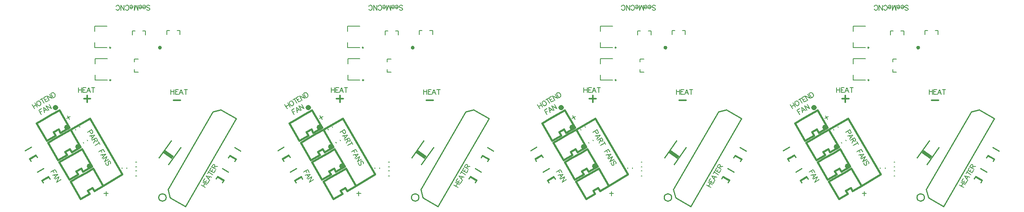
<source format=gto>
G04 Layer_Color=65535*
%FSLAX24Y24*%
%MOIN*%
G70*
G01*
G75*
%ADD12C,0.0100*%
%ADD36C,0.0080*%
%ADD38C,0.0160*%
%ADD62C,0.0098*%
%ADD63C,0.0157*%
%ADD64C,0.0433*%
%ADD65C,0.0079*%
%ADD66C,0.0077*%
%ADD67C,0.0123*%
G04:AMPARAMS|DCode=68|XSize=29.5mil|YSize=87.9mil|CornerRadius=0mil|HoleSize=0mil|Usage=FLASHONLY|Rotation=55.000|XOffset=0mil|YOffset=0mil|HoleType=Round|Shape=Rectangle|*
%AMROTATEDRECTD68*
4,1,4,0.0275,-0.0373,-0.0445,0.0131,-0.0275,0.0373,0.0445,-0.0131,0.0275,-0.0373,0.0*
%
%ADD68ROTATEDRECTD68*%

D12*
X12355Y3897D02*
G03*
X12355Y3897I-313J0D01*
G01*
X17072Y6338D02*
X17591Y6038D01*
X16668Y5678D02*
X17213Y5363D01*
X16640Y5629D02*
X17185Y5314D01*
X16543Y5461D02*
X16668Y5678D01*
X17088Y5147D02*
X17213Y5363D01*
X18102Y8118D02*
X18621Y7818D01*
X17698Y7458D02*
X18243Y7143D01*
X17670Y7409D02*
X18215Y7094D01*
X17573Y7241D02*
X17698Y7458D01*
X18118Y6927D02*
X18243Y7143D01*
X1523Y6028D02*
X2042Y6328D01*
X1893Y5349D02*
X2437Y5663D01*
X1921Y5300D02*
X2466Y5614D01*
X1893Y5349D02*
X2018Y5132D01*
X2437Y5663D02*
X2562Y5447D01*
X478Y7853D02*
X998Y8153D01*
X848Y7173D02*
X1393Y7488D01*
X876Y7124D02*
X1421Y7439D01*
X848Y7173D02*
X973Y6957D01*
X1393Y7488D02*
X1518Y7271D01*
X12555Y6661D02*
X13574Y8116D01*
X11742Y7231D02*
X12761Y8685D01*
X12685Y3890D02*
X13964Y3151D01*
X12505Y4562D02*
X12685Y3890D01*
X12505Y4562D02*
X16285Y11108D01*
X16957Y11288D02*
X18235Y10550D01*
X16285Y11108D02*
X16957Y11288D01*
X12685Y3890D02*
X12719Y3870D01*
X12787Y3831D01*
X13964Y3151D02*
X18235Y10550D01*
X33614Y3897D02*
G03*
X33614Y3897I-313J0D01*
G01*
X38332Y6338D02*
X38851Y6038D01*
X37928Y5678D02*
X38473Y5363D01*
X37900Y5629D02*
X38445Y5314D01*
X37803Y5461D02*
X37928Y5678D01*
X38348Y5147D02*
X38473Y5363D01*
X39362Y8118D02*
X39881Y7818D01*
X38958Y7458D02*
X39503Y7143D01*
X38930Y7409D02*
X39475Y7094D01*
X38833Y7241D02*
X38958Y7458D01*
X39378Y6927D02*
X39503Y7143D01*
X22783Y6028D02*
X23302Y6328D01*
X23152Y5349D02*
X23697Y5663D01*
X23181Y5300D02*
X23725Y5614D01*
X23152Y5349D02*
X23277Y5132D01*
X23697Y5663D02*
X23822Y5447D01*
X21738Y7853D02*
X22258Y8153D01*
X22108Y7173D02*
X22653Y7488D01*
X22136Y7124D02*
X22681Y7439D01*
X22108Y7173D02*
X22233Y6957D01*
X22653Y7488D02*
X22778Y7271D01*
X33815Y6661D02*
X34833Y8116D01*
X33002Y7231D02*
X34021Y8685D01*
X33945Y3890D02*
X35224Y3151D01*
X33765Y4562D02*
X33945Y3890D01*
X33765Y4562D02*
X37544Y11108D01*
X38217Y11288D02*
X39495Y10550D01*
X37544Y11108D02*
X38217Y11288D01*
X33945Y3890D02*
X33979Y3870D01*
X34047Y3831D01*
X35224Y3151D02*
X39495Y10550D01*
X54874Y3897D02*
G03*
X54874Y3897I-313J0D01*
G01*
X59591Y6338D02*
X60111Y6038D01*
X59188Y5678D02*
X59732Y5363D01*
X59159Y5629D02*
X59704Y5314D01*
X59063Y5461D02*
X59188Y5678D01*
X59607Y5147D02*
X59732Y5363D01*
X60621Y8118D02*
X61141Y7818D01*
X60218Y7458D02*
X60762Y7143D01*
X60189Y7409D02*
X60734Y7094D01*
X60093Y7241D02*
X60218Y7458D01*
X60637Y6927D02*
X60762Y7143D01*
X44043Y6028D02*
X44562Y6328D01*
X44412Y5349D02*
X44957Y5663D01*
X44440Y5300D02*
X44985Y5614D01*
X44412Y5349D02*
X44537Y5132D01*
X44957Y5663D02*
X45082Y5447D01*
X42998Y7853D02*
X43517Y8153D01*
X43368Y7173D02*
X43913Y7488D01*
X43396Y7124D02*
X43941Y7439D01*
X43368Y7173D02*
X43493Y6957D01*
X43913Y7488D02*
X44037Y7271D01*
X55075Y6661D02*
X56093Y8116D01*
X54262Y7231D02*
X55281Y8685D01*
X55205Y3890D02*
X56483Y3151D01*
X55025Y4562D02*
X55205Y3890D01*
X55025Y4562D02*
X58804Y11108D01*
X59476Y11288D02*
X60755Y10550D01*
X58804Y11108D02*
X59476Y11288D01*
X55205Y3890D02*
X55239Y3870D01*
X55307Y3831D01*
X56483Y3151D02*
X60755Y10550D01*
X76134Y3897D02*
G03*
X76134Y3897I-313J0D01*
G01*
X80851Y6338D02*
X81371Y6038D01*
X80447Y5678D02*
X80992Y5363D01*
X80419Y5629D02*
X80964Y5314D01*
X80322Y5461D02*
X80447Y5678D01*
X80867Y5147D02*
X80992Y5363D01*
X81881Y8118D02*
X82401Y7818D01*
X81477Y7458D02*
X82022Y7143D01*
X81449Y7409D02*
X81994Y7094D01*
X81352Y7241D02*
X81477Y7458D01*
X81897Y6927D02*
X82022Y7143D01*
X65302Y6028D02*
X65822Y6328D01*
X65672Y5349D02*
X66217Y5663D01*
X65700Y5300D02*
X66245Y5614D01*
X65672Y5349D02*
X65797Y5132D01*
X66217Y5663D02*
X66342Y5447D01*
X64258Y7853D02*
X64777Y8153D01*
X64627Y7173D02*
X65172Y7488D01*
X64656Y7124D02*
X65200Y7439D01*
X64627Y7173D02*
X64752Y6957D01*
X65172Y7488D02*
X65297Y7271D01*
X76335Y6661D02*
X77353Y8116D01*
X75522Y7231D02*
X76540Y8685D01*
X76465Y3890D02*
X77743Y3151D01*
X76285Y4562D02*
X76465Y3890D01*
X76285Y4562D02*
X80064Y11108D01*
X80736Y11288D02*
X82015Y10550D01*
X80064Y11108D02*
X80736Y11288D01*
X76465Y3890D02*
X76499Y3870D01*
X76567Y3831D01*
X77743Y3151D02*
X82015Y10550D01*
D36*
X10615Y17574D02*
X10615Y17894D01*
X10375D02*
X10615D01*
X9504Y17574D02*
Y17894D01*
X9740D01*
X9690Y15539D02*
X10009D01*
X9690Y15299D02*
Y15539D01*
Y14428D02*
X10009D01*
X9690D02*
Y14664D01*
X13505Y17614D02*
Y17933D01*
X13265Y17933D02*
X13505Y17933D01*
X12394Y17933D02*
X12394Y17614D01*
X12394Y17933D02*
X12630Y17933D01*
X31875Y17574D02*
X31875Y17894D01*
X31635D02*
X31875D01*
X30764Y17574D02*
Y17894D01*
X31000D01*
X30950Y15539D02*
X31269D01*
X30950Y15299D02*
Y15539D01*
Y14428D02*
X31269D01*
X30950D02*
Y14664D01*
X34765Y17614D02*
Y17933D01*
X34525Y17933D02*
X34765Y17933D01*
X33653Y17933D02*
X33653Y17614D01*
X33653Y17933D02*
X33890Y17933D01*
X53135Y17574D02*
X53135Y17894D01*
X52895D02*
X53135D01*
X52024Y17574D02*
Y17894D01*
X52260D01*
X52210Y15539D02*
X52529D01*
X52210Y15299D02*
Y15539D01*
Y14428D02*
X52529D01*
X52210D02*
Y14664D01*
X56024Y17614D02*
Y17933D01*
X55784Y17933D02*
X56024Y17933D01*
X54913Y17933D02*
X54913Y17614D01*
X54913Y17933D02*
X55149Y17933D01*
X74395Y17574D02*
X74395Y17894D01*
X74155D02*
X74395D01*
X73283Y17574D02*
Y17894D01*
X73520D01*
X73470Y15539D02*
X73789D01*
X73470Y15299D02*
Y15539D01*
Y14428D02*
X73789D01*
X73470D02*
Y14664D01*
X77284Y17614D02*
Y17933D01*
X77044Y17933D02*
X77284Y17933D01*
X76173Y17933D02*
X76173Y17614D01*
X76173Y17933D02*
X76409Y17933D01*
D38*
X11906Y16501D02*
G03*
X11906Y16501I-77J0D01*
G01*
X7060Y4879D02*
X8650Y5829D01*
X5940Y10539D02*
X8660Y5869D01*
X4313Y9615D02*
X5940Y10539D01*
X33166Y16501D02*
G03*
X33166Y16501I-77J0D01*
G01*
X28320Y4879D02*
X29910Y5829D01*
X27200Y10539D02*
X29920Y5869D01*
X25573Y9615D02*
X27200Y10539D01*
X54426Y16501D02*
G03*
X54426Y16501I-77J0D01*
G01*
X49580Y4879D02*
X51170Y5829D01*
X48460Y10539D02*
X51180Y5869D01*
X46833Y9615D02*
X48460Y10539D01*
X75685Y16501D02*
G03*
X75685Y16501I-77J0D01*
G01*
X70839Y4879D02*
X72430Y5829D01*
X69720Y10539D02*
X72440Y5869D01*
X68093Y9615D02*
X69720Y10539D01*
D62*
X7689Y16504D02*
G03*
X7689Y16504I-49J0D01*
G01*
X7699Y13774D02*
G03*
X7699Y13774I-49J0D01*
G01*
X28949Y16504D02*
G03*
X28949Y16504I-49J0D01*
G01*
X28959Y13774D02*
G03*
X28959Y13774I-49J0D01*
G01*
X50209Y16504D02*
G03*
X50209Y16504I-49J0D01*
G01*
X50219Y13774D02*
G03*
X50219Y13774I-49J0D01*
G01*
X71469Y16504D02*
G03*
X71469Y16504I-49J0D01*
G01*
X71479Y13774D02*
G03*
X71479Y13774I-49J0D01*
G01*
D63*
X5151Y3777D02*
X5901Y4210D01*
X5743Y4483D02*
X5901Y4210D01*
X5743Y4483D02*
X6152Y4719D01*
X6310Y4446D01*
X7060Y4879D01*
X4304Y5243D02*
X5151Y3777D01*
X4304Y5243D02*
X4918Y5597D01*
X5600Y5991D01*
X6213Y6345D01*
X7060Y4879D01*
X3363Y11255D02*
X4210Y9789D01*
X2750Y10901D02*
X3363Y11255D01*
X2068Y10507D02*
X2750Y10901D01*
X1454Y10153D02*
X2068Y10507D01*
X1454Y10153D02*
X2301Y8687D01*
X3460Y9356D02*
X4210Y9789D01*
X3302Y9629D02*
X3460Y9356D01*
X2893Y9393D02*
X3302Y9629D01*
X2893Y9393D02*
X3051Y9120D01*
X2301Y8687D02*
X3051Y9120D01*
X4313Y9615D02*
X5160Y8149D01*
X3700Y9261D02*
X4313Y9615D01*
X3018Y8867D02*
X3700Y9261D01*
X2404Y8513D02*
X3018Y8867D01*
X2404Y8513D02*
X3251Y7047D01*
X4410Y7716D02*
X5160Y8149D01*
X4252Y7989D02*
X4410Y7716D01*
X3843Y7753D02*
X4252Y7989D01*
X3843Y7753D02*
X4001Y7480D01*
X3251Y7047D02*
X4001Y7480D01*
X4201Y5407D02*
X4951Y5840D01*
X4793Y6113D02*
X4951Y5840D01*
X4793Y6113D02*
X5202Y6349D01*
X5360Y6076D01*
X6110Y6509D01*
X3354Y6873D02*
X4201Y5407D01*
X3354Y6873D02*
X3968Y7227D01*
X4650Y7621D01*
X5263Y7975D01*
X6110Y6509D01*
X26410Y3777D02*
X27161Y4210D01*
X27003Y4483D02*
X27161Y4210D01*
X27003Y4483D02*
X27412Y4719D01*
X27570Y4446D01*
X28320Y4879D01*
X25564Y5243D02*
X26410Y3777D01*
X25564Y5243D02*
X26178Y5597D01*
X26860Y5991D01*
X27473Y6345D01*
X28320Y4879D01*
X24623Y11255D02*
X25470Y9789D01*
X24010Y10901D02*
X24623Y11255D01*
X23328Y10507D02*
X24010Y10901D01*
X22714Y10153D02*
X23328Y10507D01*
X22714Y10153D02*
X23560Y8687D01*
X24720Y9356D02*
X25470Y9789D01*
X24562Y9629D02*
X24720Y9356D01*
X24153Y9393D02*
X24562Y9629D01*
X24153Y9393D02*
X24311Y9120D01*
X23560Y8687D02*
X24311Y9120D01*
X25573Y9615D02*
X26420Y8149D01*
X24960Y9261D02*
X25573Y9615D01*
X24278Y8867D02*
X24960Y9261D01*
X23664Y8513D02*
X24278Y8867D01*
X23664Y8513D02*
X24510Y7047D01*
X25670Y7716D02*
X26420Y8149D01*
X25512Y7989D02*
X25670Y7716D01*
X25103Y7753D02*
X25512Y7989D01*
X25103Y7753D02*
X25261Y7480D01*
X24510Y7047D02*
X25261Y7480D01*
X25460Y5407D02*
X26211Y5840D01*
X26053Y6113D02*
X26211Y5840D01*
X26053Y6113D02*
X26462Y6349D01*
X26620Y6076D01*
X27370Y6509D01*
X24614Y6873D02*
X25460Y5407D01*
X24614Y6873D02*
X25228Y7227D01*
X25910Y7621D01*
X26523Y7975D01*
X27370Y6509D01*
X47670Y3777D02*
X48420Y4210D01*
X48263Y4483D02*
X48420Y4210D01*
X48263Y4483D02*
X48672Y4719D01*
X48830Y4446D01*
X49580Y4879D01*
X46824Y5243D02*
X47670Y3777D01*
X46824Y5243D02*
X47438Y5597D01*
X48119Y5991D01*
X48733Y6345D01*
X49580Y4879D01*
X45883Y11255D02*
X46730Y9789D01*
X45269Y10901D02*
X45883Y11255D01*
X44588Y10507D02*
X45269Y10901D01*
X43974Y10153D02*
X44588Y10507D01*
X43974Y10153D02*
X44820Y8687D01*
X45980Y9356D02*
X46730Y9789D01*
X45822Y9629D02*
X45980Y9356D01*
X45413Y9393D02*
X45822Y9629D01*
X45413Y9393D02*
X45570Y9120D01*
X44820Y8687D02*
X45570Y9120D01*
X46833Y9615D02*
X47680Y8149D01*
X46219Y9261D02*
X46833Y9615D01*
X45538Y8867D02*
X46219Y9261D01*
X44924Y8513D02*
X45538Y8867D01*
X44924Y8513D02*
X45770Y7047D01*
X46930Y7716D02*
X47680Y8149D01*
X46772Y7989D02*
X46930Y7716D01*
X46363Y7753D02*
X46772Y7989D01*
X46363Y7753D02*
X46520Y7480D01*
X45770Y7047D02*
X46520Y7480D01*
X46720Y5407D02*
X47470Y5840D01*
X47313Y6113D02*
X47470Y5840D01*
X47313Y6113D02*
X47722Y6349D01*
X47880Y6076D01*
X48630Y6509D01*
X45874Y6873D02*
X46720Y5407D01*
X45874Y6873D02*
X46488Y7227D01*
X47169Y7621D01*
X47783Y7975D01*
X48630Y6509D01*
X68930Y3777D02*
X69680Y4210D01*
X69523Y4483D02*
X69680Y4210D01*
X69523Y4483D02*
X69932Y4719D01*
X70089Y4446D01*
X70839Y4879D01*
X68084Y5243D02*
X68930Y3777D01*
X68084Y5243D02*
X68697Y5597D01*
X69379Y5991D01*
X69993Y6345D01*
X70839Y4879D01*
X67143Y11255D02*
X67989Y9789D01*
X66529Y10901D02*
X67143Y11255D01*
X65847Y10507D02*
X66529Y10901D01*
X65234Y10153D02*
X65847Y10507D01*
X65234Y10153D02*
X66080Y8687D01*
X67239Y9356D02*
X67989Y9789D01*
X67082Y9629D02*
X67239Y9356D01*
X66673Y9393D02*
X67082Y9629D01*
X66673Y9393D02*
X66830Y9120D01*
X66080Y8687D02*
X66830Y9120D01*
X68093Y9615D02*
X68939Y8149D01*
X67479Y9261D02*
X68093Y9615D01*
X66797Y8867D02*
X67479Y9261D01*
X66184Y8513D02*
X66797Y8867D01*
X66184Y8513D02*
X67030Y7047D01*
X68189Y7716D02*
X68939Y8149D01*
X68032Y7989D02*
X68189Y7716D01*
X67623Y7753D02*
X68032Y7989D01*
X67623Y7753D02*
X67780Y7480D01*
X67030Y7047D02*
X67780Y7480D01*
X67980Y5407D02*
X68730Y5840D01*
X68573Y6113D02*
X68730Y5840D01*
X68573Y6113D02*
X68982Y6349D01*
X69139Y6076D01*
X69889Y6509D01*
X67134Y6873D02*
X67980Y5407D01*
X67134Y6873D02*
X67747Y7227D01*
X68429Y7621D01*
X69043Y7975D01*
X69889Y6509D01*
D64*
X5866Y6554D02*
X5900Y6573D01*
X3016Y11464D02*
X3050Y11483D01*
X3966Y9824D02*
X4000Y9843D01*
X4916Y8184D02*
X4950Y8203D01*
X27126Y6554D02*
X27160Y6573D01*
X24276Y11464D02*
X24310Y11483D01*
X25226Y9824D02*
X25260Y9843D01*
X26176Y8184D02*
X26210Y8203D01*
X48386Y6554D02*
X48420Y6573D01*
X45536Y11464D02*
X45570Y11483D01*
X46486Y9824D02*
X46520Y9843D01*
X47436Y8184D02*
X47470Y8203D01*
X69645Y6554D02*
X69679Y6573D01*
X66795Y11464D02*
X66829Y11483D01*
X67745Y9824D02*
X67779Y9843D01*
X68695Y8184D02*
X68729Y8203D01*
D65*
X9791Y5722D02*
X9870D01*
X9791Y6135D02*
X9870D01*
X9791Y6463D02*
X9869D01*
X9791Y6876D02*
X9869D01*
X8643Y6340D02*
Y6419D01*
X9057Y6340D02*
Y6419D01*
X5719Y8737D02*
X5759Y8669D01*
X5361Y8530D02*
X5401Y8462D01*
X4700Y9655D02*
X4739Y9587D01*
X5058Y9862D02*
X5097Y9794D01*
X6360Y17882D02*
Y18315D01*
X7384D01*
X6360Y16504D02*
Y16937D01*
Y16504D02*
X7384D01*
X6370Y13774D02*
X7394D01*
X6370D02*
Y14207D01*
Y15585D02*
X7394D01*
X6370Y15152D02*
Y15585D01*
X31051Y5722D02*
X31130D01*
X31051Y6135D02*
X31130D01*
X31050Y6463D02*
X31129D01*
X31050Y6876D02*
X31129D01*
X29903Y6340D02*
Y6419D01*
X30317Y6340D02*
Y6419D01*
X26979Y8737D02*
X27019Y8669D01*
X26621Y8530D02*
X26661Y8462D01*
X25960Y9655D02*
X25999Y9587D01*
X26318Y9862D02*
X26357Y9794D01*
X27620Y17882D02*
Y18315D01*
X28644D01*
X27620Y16504D02*
Y16937D01*
Y16504D02*
X28644D01*
X27630Y13774D02*
X28654D01*
X27630D02*
Y14207D01*
Y15585D02*
X28654D01*
X27630Y15152D02*
Y15585D01*
X52311Y5722D02*
X52390D01*
X52311Y6135D02*
X52390D01*
X52310Y6463D02*
X52389D01*
X52310Y6876D02*
X52389D01*
X51163Y6340D02*
Y6419D01*
X51576Y6340D02*
Y6419D01*
X48239Y8737D02*
X48278Y8669D01*
X47881Y8530D02*
X47920Y8462D01*
X47219Y9655D02*
X47259Y9587D01*
X47577Y9862D02*
X47617Y9794D01*
X48880Y17882D02*
Y18315D01*
X49904D01*
X48880Y16504D02*
Y16937D01*
Y16504D02*
X49904D01*
X48890Y13774D02*
X49914D01*
X48890D02*
Y14207D01*
Y15585D02*
X49914D01*
X48890Y15152D02*
Y15585D01*
X73571Y5722D02*
X73649D01*
X73571Y6135D02*
X73649D01*
X73570Y6463D02*
X73649D01*
X73570Y6876D02*
X73649D01*
X72423Y6340D02*
Y6419D01*
X72836Y6340D02*
Y6419D01*
X69499Y8737D02*
X69538Y8669D01*
X69141Y8530D02*
X69180Y8462D01*
X68479Y9655D02*
X68519Y9587D01*
X68837Y9862D02*
X68877Y9794D01*
X70140Y17882D02*
Y18315D01*
X71164D01*
X70140Y16504D02*
Y16937D01*
Y16504D02*
X71164D01*
X70150Y13774D02*
X71174D01*
X70150D02*
Y14207D01*
Y15585D02*
X71174D01*
X70150Y15152D02*
Y15585D01*
D66*
X3005Y6244D02*
X2650Y6039D01*
X3005Y6244D02*
X3132Y6025D01*
X2836Y6147D02*
X2914Y6011D01*
X2957Y5508D02*
X3234Y5849D01*
X2800Y5779D01*
X2948Y5797D02*
X3046Y5627D01*
X3359Y5631D02*
X3004Y5426D01*
X3359Y5631D02*
X3141Y5189D01*
X3496Y5394D02*
X3141Y5189D01*
X7035Y7954D02*
X6680Y7749D01*
X7035Y7954D02*
X7162Y7735D01*
X6866Y7857D02*
X6944Y7721D01*
X6987Y7218D02*
X7264Y7559D01*
X6830Y7489D01*
X6978Y7507D02*
X7076Y7337D01*
X7389Y7341D02*
X7034Y7136D01*
X7389Y7341D02*
X7171Y6899D01*
X7526Y7104D02*
X7171Y6899D01*
X7669Y6740D02*
X7683Y6793D01*
X7671Y6854D01*
X7632Y6921D01*
X7585Y6962D01*
X7532Y6976D01*
X7498Y6957D01*
X7474Y6921D01*
X7467Y6894D01*
X7470Y6850D01*
X7494Y6729D01*
X7497Y6686D01*
X7490Y6659D01*
X7466Y6623D01*
X7415Y6593D01*
X7362Y6608D01*
X7316Y6649D01*
X7276Y6716D01*
X7264Y6777D01*
X7278Y6830D01*
X15295Y4944D02*
X15650Y4739D01*
X15432Y5181D02*
X15787Y4976D01*
X15464Y4847D02*
X15601Y5083D01*
X15615Y5499D02*
X15488Y5279D01*
X15843Y5074D01*
X15970Y5294D01*
X15657Y5182D02*
X15735Y5317D01*
X16161Y5624D02*
X15727Y5693D01*
X16004Y5353D01*
X15915Y5472D02*
X16013Y5641D01*
X15922Y6030D02*
X16277Y5825D01*
X15853Y5912D02*
X15990Y6148D01*
X16141Y6410D02*
X16014Y6191D01*
X16370Y5986D01*
X16496Y6205D01*
X16184Y6093D02*
X16262Y6228D01*
X16175Y6470D02*
X16531Y6265D01*
X16175Y6470D02*
X16263Y6622D01*
X16310Y6663D01*
X16336Y6670D01*
X16380Y6667D01*
X16414Y6648D01*
X16438Y6611D01*
X16445Y6585D01*
X16432Y6524D01*
X16345Y6372D01*
X16413Y6490D02*
X16667Y6501D01*
X12750Y12989D02*
Y12579D01*
X13023Y12989D02*
Y12579D01*
X12750Y12794D02*
X13023D01*
X13390Y12989D02*
X13137D01*
Y12579D01*
X13390D01*
X13137Y12794D02*
X13293D01*
X13771Y12579D02*
X13615Y12989D01*
X13459Y12579D01*
X13517Y12716D02*
X13713D01*
X14004Y12989D02*
Y12579D01*
X13867Y12989D02*
X14140D01*
X1065Y11724D02*
X1270Y11369D01*
X1302Y11861D02*
X1507Y11506D01*
X1163Y11555D02*
X1399Y11692D01*
X1501Y11976D02*
X1477Y11940D01*
X1463Y11887D01*
X1466Y11843D01*
X1478Y11782D01*
X1527Y11698D01*
X1573Y11657D01*
X1609Y11633D01*
X1663Y11619D01*
X1706Y11621D01*
X1774Y11660D01*
X1798Y11697D01*
X1812Y11750D01*
X1810Y11794D01*
X1797Y11854D01*
X1748Y11939D01*
X1702Y11980D01*
X1666Y12004D01*
X1612Y12018D01*
X1569Y12015D01*
X1501Y11976D01*
X1872Y12190D02*
X2077Y11835D01*
X1753Y12122D02*
X1990Y12258D01*
X2252Y12410D02*
X2032Y12283D01*
X2237Y11928D01*
X2457Y12055D01*
X2130Y12114D02*
X2265Y12192D01*
X2311Y12444D02*
X2516Y12089D01*
X2311Y12444D02*
X2753Y12226D01*
X2548Y12581D02*
X2753Y12226D01*
X2646Y12637D02*
X2851Y12282D01*
X2646Y12637D02*
X2764Y12706D01*
X2825Y12718D01*
X2878Y12704D01*
X2915Y12680D01*
X2961Y12639D01*
X3010Y12554D01*
X3022Y12494D01*
X3025Y12450D01*
X3010Y12397D01*
X2969Y12350D01*
X2851Y12282D01*
X5899Y9487D02*
X5987Y9335D01*
X6033Y9294D01*
X6060Y9287D01*
X6103Y9289D01*
X6154Y9319D01*
X6178Y9355D01*
X6185Y9382D01*
X6173Y9442D01*
X6085Y9594D01*
X5730Y9389D01*
X6069Y8803D02*
X6346Y9143D01*
X5913Y9073D01*
X6060Y9091D02*
X6158Y8922D01*
X6472Y8925D02*
X6117Y8720D01*
X6472Y8925D02*
X6560Y8773D01*
X6572Y8712D01*
X6565Y8685D01*
X6541Y8649D01*
X6507Y8629D01*
X6463Y8627D01*
X6437Y8634D01*
X6390Y8675D01*
X6303Y8827D01*
X6371Y8709D02*
X6253Y8483D01*
X6723Y8490D02*
X6367Y8285D01*
X6654Y8609D02*
X6791Y8372D01*
X4970Y13149D02*
Y12739D01*
X5243Y13149D02*
Y12739D01*
X4970Y12954D02*
X5243D01*
X5610Y13149D02*
X5357D01*
Y12739D01*
X5610D01*
X5357Y12954D02*
X5513D01*
X5991Y12739D02*
X5835Y13149D01*
X5679Y12739D01*
X5737Y12876D02*
X5933D01*
X6224Y13149D02*
Y12739D01*
X6087Y13149D02*
X6360D01*
X1645Y11244D02*
X1850Y10889D01*
X1645Y11244D02*
X1865Y11371D01*
X1743Y11075D02*
X1878Y11153D01*
X2381Y11196D02*
X2041Y11473D01*
X2110Y11040D01*
X2093Y11187D02*
X2262Y11285D01*
X2259Y11599D02*
X2464Y11244D01*
X2259Y11599D02*
X2701Y11380D01*
X2496Y11736D02*
X2701Y11380D01*
X10712Y19712D02*
X10751Y19673D01*
X10809Y19654D01*
X10887D01*
X10946Y19673D01*
X10985Y19712D01*
Y19751D01*
X10966Y19790D01*
X10946Y19810D01*
X10907Y19829D01*
X10790Y19868D01*
X10751Y19888D01*
X10731Y19907D01*
X10712Y19947D01*
Y20005D01*
X10751Y20044D01*
X10809Y20064D01*
X10887D01*
X10946Y20044D01*
X10985Y20005D01*
X10620Y19907D02*
X10386D01*
Y19868D01*
X10405Y19829D01*
X10425Y19810D01*
X10464Y19790D01*
X10522D01*
X10561Y19810D01*
X10600Y19849D01*
X10620Y19907D01*
Y19947D01*
X10600Y20005D01*
X10561Y20044D01*
X10522Y20064D01*
X10464D01*
X10425Y20044D01*
X10386Y20005D01*
X10298Y19907D02*
X10064D01*
Y19868D01*
X10083Y19829D01*
X10103Y19810D01*
X10142Y19790D01*
X10200D01*
X10239Y19810D01*
X10278Y19849D01*
X10298Y19907D01*
Y19947D01*
X10278Y20005D01*
X10239Y20044D01*
X10200Y20064D01*
X10142D01*
X10103Y20044D01*
X10064Y20005D01*
X9976Y19654D02*
Y20064D01*
Y19654D02*
X9819Y20064D01*
X9663Y19654D02*
X9819Y20064D01*
X9663Y19654D02*
Y20064D01*
X9546Y19907D02*
X9312D01*
Y19868D01*
X9331Y19829D01*
X9351Y19810D01*
X9390Y19790D01*
X9449D01*
X9488Y19810D01*
X9527Y19849D01*
X9546Y19907D01*
Y19947D01*
X9527Y20005D01*
X9488Y20044D01*
X9449Y20064D01*
X9390D01*
X9351Y20044D01*
X9312Y20005D01*
X8931Y19751D02*
X8951Y19712D01*
X8990Y19673D01*
X9029Y19654D01*
X9107D01*
X9146Y19673D01*
X9185Y19712D01*
X9204Y19751D01*
X9224Y19810D01*
Y19907D01*
X9204Y19966D01*
X9185Y20005D01*
X9146Y20044D01*
X9107Y20064D01*
X9029D01*
X8990Y20044D01*
X8951Y20005D01*
X8931Y19966D01*
X8816Y19654D02*
Y20064D01*
Y19654D02*
X8543Y20064D01*
Y19654D02*
Y20064D01*
X8136Y19751D02*
X8156Y19712D01*
X8195Y19673D01*
X8234Y19654D01*
X8312D01*
X8351Y19673D01*
X8390Y19712D01*
X8410Y19751D01*
X8429Y19810D01*
Y19907D01*
X8410Y19966D01*
X8390Y20005D01*
X8351Y20044D01*
X8312Y20064D01*
X8234D01*
X8195Y20044D01*
X8156Y20005D01*
X8136Y19966D01*
X4272Y10703D02*
X3968Y10527D01*
X4032Y10767D02*
X4208Y10463D01*
X7294Y4402D02*
Y4051D01*
X7118Y4226D02*
X7470D01*
X24265Y6244D02*
X23910Y6039D01*
X24265Y6244D02*
X24392Y6025D01*
X24096Y6147D02*
X24174Y6011D01*
X24216Y5508D02*
X24493Y5849D01*
X24060Y5779D01*
X24208Y5797D02*
X24305Y5627D01*
X24619Y5631D02*
X24264Y5426D01*
X24619Y5631D02*
X24401Y5189D01*
X24756Y5394D02*
X24401Y5189D01*
X28295Y7954D02*
X27940Y7749D01*
X28295Y7954D02*
X28422Y7735D01*
X28126Y7857D02*
X28204Y7721D01*
X28246Y7218D02*
X28523Y7559D01*
X28090Y7489D01*
X28238Y7507D02*
X28335Y7337D01*
X28649Y7341D02*
X28294Y7136D01*
X28649Y7341D02*
X28431Y6899D01*
X28786Y7104D02*
X28431Y6899D01*
X28929Y6740D02*
X28943Y6793D01*
X28930Y6854D01*
X28891Y6921D01*
X28845Y6962D01*
X28792Y6976D01*
X28758Y6957D01*
X28734Y6921D01*
X28727Y6894D01*
X28729Y6850D01*
X28754Y6729D01*
X28757Y6686D01*
X28750Y6659D01*
X28726Y6623D01*
X28675Y6593D01*
X28622Y6608D01*
X28575Y6649D01*
X28536Y6716D01*
X28524Y6777D01*
X28538Y6830D01*
X36555Y4944D02*
X36910Y4739D01*
X36691Y5181D02*
X37047Y4976D01*
X36724Y4847D02*
X36861Y5083D01*
X36875Y5499D02*
X36748Y5279D01*
X37103Y5074D01*
X37230Y5294D01*
X36917Y5182D02*
X36995Y5317D01*
X37420Y5624D02*
X36987Y5693D01*
X37264Y5353D01*
X37175Y5472D02*
X37273Y5641D01*
X37181Y6030D02*
X37537Y5825D01*
X37113Y5912D02*
X37250Y6148D01*
X37401Y6410D02*
X37274Y6191D01*
X37629Y5986D01*
X37756Y6205D01*
X37443Y6093D02*
X37521Y6228D01*
X37435Y6470D02*
X37790Y6265D01*
X37435Y6470D02*
X37523Y6622D01*
X37569Y6663D01*
X37596Y6670D01*
X37640Y6667D01*
X37673Y6648D01*
X37698Y6611D01*
X37705Y6585D01*
X37692Y6524D01*
X37604Y6372D01*
X37673Y6490D02*
X37927Y6501D01*
X34010Y12989D02*
Y12579D01*
X34283Y12989D02*
Y12579D01*
X34010Y12794D02*
X34283D01*
X34650Y12989D02*
X34396D01*
Y12579D01*
X34650D01*
X34396Y12794D02*
X34553D01*
X35031Y12579D02*
X34875Y12989D01*
X34719Y12579D01*
X34777Y12716D02*
X34972D01*
X35263Y12989D02*
Y12579D01*
X35127Y12989D02*
X35400D01*
X22325Y11724D02*
X22530Y11369D01*
X22562Y11861D02*
X22767Y11506D01*
X22422Y11555D02*
X22659Y11692D01*
X22761Y11976D02*
X22737Y11940D01*
X22723Y11887D01*
X22725Y11843D01*
X22738Y11782D01*
X22787Y11698D01*
X22833Y11657D01*
X22869Y11633D01*
X22923Y11619D01*
X22966Y11621D01*
X23034Y11660D01*
X23058Y11697D01*
X23072Y11750D01*
X23069Y11794D01*
X23057Y11854D01*
X23008Y11939D01*
X22962Y11980D01*
X22926Y12004D01*
X22872Y12018D01*
X22829Y12015D01*
X22761Y11976D01*
X23131Y12190D02*
X23336Y11835D01*
X23013Y12122D02*
X23250Y12258D01*
X23512Y12410D02*
X23292Y12283D01*
X23497Y11928D01*
X23717Y12055D01*
X23390Y12114D02*
X23525Y12192D01*
X23571Y12444D02*
X23776Y12089D01*
X23571Y12444D02*
X24013Y12226D01*
X23808Y12581D02*
X24013Y12226D01*
X23906Y12637D02*
X24111Y12282D01*
X23906Y12637D02*
X24024Y12706D01*
X24085Y12718D01*
X24138Y12704D01*
X24174Y12680D01*
X24221Y12639D01*
X24269Y12554D01*
X24282Y12494D01*
X24284Y12450D01*
X24270Y12397D01*
X24229Y12350D01*
X24111Y12282D01*
X27159Y9487D02*
X27247Y9335D01*
X27293Y9294D01*
X27320Y9287D01*
X27363Y9289D01*
X27414Y9319D01*
X27438Y9355D01*
X27445Y9382D01*
X27433Y9442D01*
X27345Y9594D01*
X26990Y9389D01*
X27329Y8803D02*
X27606Y9143D01*
X27172Y9073D01*
X27320Y9091D02*
X27418Y8922D01*
X27732Y8925D02*
X27376Y8720D01*
X27732Y8925D02*
X27819Y8773D01*
X27832Y8712D01*
X27825Y8685D01*
X27801Y8649D01*
X27767Y8629D01*
X27723Y8627D01*
X27696Y8634D01*
X27650Y8675D01*
X27562Y8827D01*
X27631Y8709D02*
X27513Y8483D01*
X27982Y8490D02*
X27627Y8285D01*
X27914Y8609D02*
X28051Y8372D01*
X26230Y13149D02*
Y12739D01*
X26503Y13149D02*
Y12739D01*
X26230Y12954D02*
X26503D01*
X26870Y13149D02*
X26616D01*
Y12739D01*
X26870D01*
X26616Y12954D02*
X26773D01*
X27251Y12739D02*
X27095Y13149D01*
X26939Y12739D01*
X26997Y12876D02*
X27192D01*
X27483Y13149D02*
Y12739D01*
X27347Y13149D02*
X27620D01*
X22905Y11244D02*
X23110Y10889D01*
X22905Y11244D02*
X23125Y11371D01*
X23002Y11075D02*
X23138Y11153D01*
X23641Y11196D02*
X23300Y11473D01*
X23370Y11040D01*
X23353Y11187D02*
X23522Y11285D01*
X23519Y11599D02*
X23724Y11244D01*
X23519Y11599D02*
X23960Y11380D01*
X23755Y11736D02*
X23960Y11380D01*
X31972Y19712D02*
X32011Y19673D01*
X32069Y19654D01*
X32147D01*
X32206Y19673D01*
X32245Y19712D01*
Y19751D01*
X32225Y19790D01*
X32206Y19810D01*
X32167Y19829D01*
X32050Y19868D01*
X32011Y19888D01*
X31991Y19907D01*
X31972Y19947D01*
Y20005D01*
X32011Y20044D01*
X32069Y20064D01*
X32147D01*
X32206Y20044D01*
X32245Y20005D01*
X31880Y19907D02*
X31646D01*
Y19868D01*
X31665Y19829D01*
X31685Y19810D01*
X31724Y19790D01*
X31782D01*
X31821Y19810D01*
X31860Y19849D01*
X31880Y19907D01*
Y19947D01*
X31860Y20005D01*
X31821Y20044D01*
X31782Y20064D01*
X31724D01*
X31685Y20044D01*
X31646Y20005D01*
X31558Y19907D02*
X31323D01*
Y19868D01*
X31343Y19829D01*
X31362Y19810D01*
X31401Y19790D01*
X31460D01*
X31499Y19810D01*
X31538Y19849D01*
X31558Y19907D01*
Y19947D01*
X31538Y20005D01*
X31499Y20044D01*
X31460Y20064D01*
X31401D01*
X31362Y20044D01*
X31323Y20005D01*
X31236Y19654D02*
Y20064D01*
Y19654D02*
X31079Y20064D01*
X30923Y19654D02*
X31079Y20064D01*
X30923Y19654D02*
Y20064D01*
X30806Y19907D02*
X30572D01*
Y19868D01*
X30591Y19829D01*
X30611Y19810D01*
X30650Y19790D01*
X30708D01*
X30747Y19810D01*
X30786Y19849D01*
X30806Y19907D01*
Y19947D01*
X30786Y20005D01*
X30747Y20044D01*
X30708Y20064D01*
X30650D01*
X30611Y20044D01*
X30572Y20005D01*
X30191Y19751D02*
X30210Y19712D01*
X30250Y19673D01*
X30289Y19654D01*
X30367D01*
X30406Y19673D01*
X30445Y19712D01*
X30464Y19751D01*
X30484Y19810D01*
Y19907D01*
X30464Y19966D01*
X30445Y20005D01*
X30406Y20044D01*
X30367Y20064D01*
X30289D01*
X30250Y20044D01*
X30210Y20005D01*
X30191Y19966D01*
X30076Y19654D02*
Y20064D01*
Y19654D02*
X29802Y20064D01*
Y19654D02*
Y20064D01*
X29396Y19751D02*
X29416Y19712D01*
X29455Y19673D01*
X29494Y19654D01*
X29572D01*
X29611Y19673D01*
X29650Y19712D01*
X29670Y19751D01*
X29689Y19810D01*
Y19907D01*
X29670Y19966D01*
X29650Y20005D01*
X29611Y20044D01*
X29572Y20064D01*
X29494D01*
X29455Y20044D01*
X29416Y20005D01*
X29396Y19966D01*
X25532Y10703D02*
X25228Y10527D01*
X25292Y10767D02*
X25468Y10463D01*
X28554Y4402D02*
Y4051D01*
X28378Y4226D02*
X28730D01*
X45525Y6244D02*
X45170Y6039D01*
X45525Y6244D02*
X45652Y6025D01*
X45356Y6147D02*
X45434Y6011D01*
X45476Y5508D02*
X45753Y5849D01*
X45320Y5779D01*
X45468Y5797D02*
X45565Y5627D01*
X45879Y5631D02*
X45524Y5426D01*
X45879Y5631D02*
X45661Y5189D01*
X46016Y5394D02*
X45661Y5189D01*
X49555Y7954D02*
X49200Y7749D01*
X49555Y7954D02*
X49682Y7735D01*
X49386Y7857D02*
X49464Y7721D01*
X49506Y7218D02*
X49783Y7559D01*
X49350Y7489D01*
X49498Y7507D02*
X49595Y7337D01*
X49909Y7341D02*
X49554Y7136D01*
X49909Y7341D02*
X49691Y6899D01*
X50046Y7104D02*
X49691Y6899D01*
X50188Y6740D02*
X50203Y6793D01*
X50190Y6854D01*
X50151Y6921D01*
X50105Y6962D01*
X50052Y6976D01*
X50018Y6957D01*
X49994Y6921D01*
X49987Y6894D01*
X49989Y6850D01*
X50014Y6729D01*
X50017Y6686D01*
X50010Y6659D01*
X49985Y6623D01*
X49935Y6593D01*
X49881Y6608D01*
X49835Y6649D01*
X49796Y6716D01*
X49784Y6777D01*
X49798Y6830D01*
X57815Y4944D02*
X58170Y4739D01*
X57951Y5181D02*
X58306Y4976D01*
X57984Y4847D02*
X58120Y5083D01*
X58135Y5499D02*
X58008Y5279D01*
X58363Y5074D01*
X58490Y5294D01*
X58177Y5182D02*
X58255Y5317D01*
X58680Y5624D02*
X58247Y5693D01*
X58524Y5353D01*
X58435Y5472D02*
X58533Y5641D01*
X58441Y6030D02*
X58796Y5825D01*
X58373Y5912D02*
X58510Y6148D01*
X58661Y6410D02*
X58534Y6191D01*
X58889Y5986D01*
X59016Y6205D01*
X58703Y6093D02*
X58781Y6228D01*
X58695Y6470D02*
X59050Y6265D01*
X58695Y6470D02*
X58783Y6622D01*
X58829Y6663D01*
X58856Y6670D01*
X58899Y6667D01*
X58933Y6648D01*
X58957Y6611D01*
X58965Y6585D01*
X58952Y6524D01*
X58864Y6372D01*
X58933Y6490D02*
X59187Y6501D01*
X55270Y12989D02*
Y12579D01*
X55543Y12989D02*
Y12579D01*
X55270Y12794D02*
X55543D01*
X55910Y12989D02*
X55656D01*
Y12579D01*
X55910D01*
X55656Y12794D02*
X55812D01*
X56291Y12579D02*
X56135Y12989D01*
X55978Y12579D01*
X56037Y12716D02*
X56232D01*
X56523Y12989D02*
Y12579D01*
X56387Y12989D02*
X56660D01*
X43585Y11724D02*
X43790Y11369D01*
X43821Y11861D02*
X44026Y11506D01*
X43682Y11555D02*
X43919Y11692D01*
X44021Y11976D02*
X43997Y11940D01*
X43983Y11887D01*
X43985Y11843D01*
X43998Y11782D01*
X44046Y11698D01*
X44093Y11657D01*
X44129Y11633D01*
X44182Y11619D01*
X44226Y11621D01*
X44294Y11660D01*
X44318Y11697D01*
X44332Y11750D01*
X44329Y11794D01*
X44317Y11854D01*
X44268Y11939D01*
X44222Y11980D01*
X44185Y12004D01*
X44132Y12018D01*
X44089Y12015D01*
X44021Y11976D01*
X44391Y12190D02*
X44596Y11835D01*
X44273Y12122D02*
X44510Y12258D01*
X44772Y12410D02*
X44552Y12283D01*
X44757Y11928D01*
X44977Y12055D01*
X44650Y12114D02*
X44785Y12192D01*
X44831Y12444D02*
X45036Y12089D01*
X44831Y12444D02*
X45273Y12226D01*
X45068Y12581D02*
X45273Y12226D01*
X45166Y12637D02*
X45371Y12282D01*
X45166Y12637D02*
X45284Y12706D01*
X45345Y12718D01*
X45398Y12704D01*
X45434Y12680D01*
X45481Y12639D01*
X45529Y12554D01*
X45542Y12494D01*
X45544Y12450D01*
X45530Y12397D01*
X45489Y12350D01*
X45371Y12282D01*
X48419Y9487D02*
X48507Y9335D01*
X48553Y9294D01*
X48580Y9287D01*
X48623Y9289D01*
X48674Y9319D01*
X48698Y9355D01*
X48705Y9382D01*
X48693Y9442D01*
X48605Y9594D01*
X48250Y9389D01*
X48588Y8803D02*
X48865Y9143D01*
X48432Y9073D01*
X48580Y9091D02*
X48678Y8922D01*
X48991Y8925D02*
X48636Y8720D01*
X48991Y8925D02*
X49079Y8773D01*
X49092Y8712D01*
X49084Y8685D01*
X49060Y8649D01*
X49027Y8629D01*
X48983Y8627D01*
X48956Y8634D01*
X48910Y8675D01*
X48822Y8827D01*
X48891Y8709D02*
X48773Y8483D01*
X49242Y8490D02*
X48887Y8285D01*
X49174Y8609D02*
X49311Y8372D01*
X47490Y13149D02*
Y12739D01*
X47763Y13149D02*
Y12739D01*
X47490Y12954D02*
X47763D01*
X48130Y13149D02*
X47876D01*
Y12739D01*
X48130D01*
X47876Y12954D02*
X48032D01*
X48511Y12739D02*
X48355Y13149D01*
X48198Y12739D01*
X48257Y12876D02*
X48452D01*
X48743Y13149D02*
Y12739D01*
X48607Y13149D02*
X48880D01*
X44165Y11244D02*
X44370Y10889D01*
X44165Y11244D02*
X44384Y11371D01*
X44262Y11075D02*
X44398Y11153D01*
X44901Y11196D02*
X44560Y11473D01*
X44630Y11040D01*
X44612Y11187D02*
X44782Y11285D01*
X44778Y11599D02*
X44983Y11244D01*
X44778Y11599D02*
X45220Y11380D01*
X45015Y11736D02*
X45220Y11380D01*
X53231Y19712D02*
X53271Y19673D01*
X53329Y19654D01*
X53407D01*
X53466Y19673D01*
X53505Y19712D01*
Y19751D01*
X53485Y19790D01*
X53466Y19810D01*
X53427Y19829D01*
X53310Y19868D01*
X53271Y19888D01*
X53251Y19907D01*
X53231Y19947D01*
Y20005D01*
X53271Y20044D01*
X53329Y20064D01*
X53407D01*
X53466Y20044D01*
X53505Y20005D01*
X53140Y19907D02*
X52905D01*
Y19868D01*
X52925Y19829D01*
X52944Y19810D01*
X52983Y19790D01*
X53042D01*
X53081Y19810D01*
X53120Y19849D01*
X53140Y19907D01*
Y19947D01*
X53120Y20005D01*
X53081Y20044D01*
X53042Y20064D01*
X52983D01*
X52944Y20044D01*
X52905Y20005D01*
X52818Y19907D02*
X52583D01*
Y19868D01*
X52603Y19829D01*
X52622Y19810D01*
X52661Y19790D01*
X52720D01*
X52759Y19810D01*
X52798Y19849D01*
X52818Y19907D01*
Y19947D01*
X52798Y20005D01*
X52759Y20044D01*
X52720Y20064D01*
X52661D01*
X52622Y20044D01*
X52583Y20005D01*
X52495Y19654D02*
Y20064D01*
Y19654D02*
X52339Y20064D01*
X52183Y19654D02*
X52339Y20064D01*
X52183Y19654D02*
Y20064D01*
X52066Y19907D02*
X51832D01*
Y19868D01*
X51851Y19829D01*
X51871Y19810D01*
X51910Y19790D01*
X51968D01*
X52007Y19810D01*
X52046Y19849D01*
X52066Y19907D01*
Y19947D01*
X52046Y20005D01*
X52007Y20044D01*
X51968Y20064D01*
X51910D01*
X51871Y20044D01*
X51832Y20005D01*
X51451Y19751D02*
X51470Y19712D01*
X51509Y19673D01*
X51548Y19654D01*
X51627D01*
X51666Y19673D01*
X51705Y19712D01*
X51724Y19751D01*
X51744Y19810D01*
Y19907D01*
X51724Y19966D01*
X51705Y20005D01*
X51666Y20044D01*
X51627Y20064D01*
X51548D01*
X51509Y20044D01*
X51470Y20005D01*
X51451Y19966D01*
X51336Y19654D02*
Y20064D01*
Y19654D02*
X51062Y20064D01*
Y19654D02*
Y20064D01*
X50656Y19751D02*
X50676Y19712D01*
X50715Y19673D01*
X50754Y19654D01*
X50832D01*
X50871Y19673D01*
X50910Y19712D01*
X50929Y19751D01*
X50949Y19810D01*
Y19907D01*
X50929Y19966D01*
X50910Y20005D01*
X50871Y20044D01*
X50832Y20064D01*
X50754D01*
X50715Y20044D01*
X50676Y20005D01*
X50656Y19966D01*
X46792Y10703D02*
X46488Y10527D01*
X46552Y10767D02*
X46728Y10463D01*
X49814Y4402D02*
Y4051D01*
X49638Y4226D02*
X49990D01*
X66785Y6244D02*
X66430Y6039D01*
X66785Y6244D02*
X66912Y6025D01*
X66616Y6147D02*
X66694Y6011D01*
X66736Y5508D02*
X67013Y5849D01*
X66580Y5779D01*
X66728Y5797D02*
X66825Y5627D01*
X67139Y5631D02*
X66784Y5426D01*
X67139Y5631D02*
X66921Y5189D01*
X67276Y5394D02*
X66921Y5189D01*
X70815Y7954D02*
X70460Y7749D01*
X70815Y7954D02*
X70942Y7735D01*
X70646Y7857D02*
X70724Y7721D01*
X70766Y7218D02*
X71043Y7559D01*
X70610Y7489D01*
X70758Y7507D02*
X70855Y7337D01*
X71169Y7341D02*
X70814Y7136D01*
X71169Y7341D02*
X70951Y6899D01*
X71306Y7104D02*
X70951Y6899D01*
X71448Y6740D02*
X71463Y6793D01*
X71450Y6854D01*
X71411Y6921D01*
X71365Y6962D01*
X71312Y6976D01*
X71278Y6957D01*
X71254Y6921D01*
X71247Y6894D01*
X71249Y6850D01*
X71274Y6729D01*
X71277Y6686D01*
X71269Y6659D01*
X71245Y6623D01*
X71195Y6593D01*
X71141Y6608D01*
X71095Y6649D01*
X71056Y6716D01*
X71044Y6777D01*
X71058Y6830D01*
X79074Y4944D02*
X79430Y4739D01*
X79211Y5181D02*
X79566Y4976D01*
X79244Y4847D02*
X79380Y5083D01*
X79395Y5499D02*
X79268Y5279D01*
X79623Y5074D01*
X79750Y5294D01*
X79437Y5182D02*
X79515Y5317D01*
X79940Y5624D02*
X79507Y5693D01*
X79784Y5353D01*
X79695Y5472D02*
X79792Y5641D01*
X79701Y6030D02*
X80056Y5825D01*
X79633Y5912D02*
X79770Y6148D01*
X79921Y6410D02*
X79794Y6191D01*
X80149Y5986D01*
X80276Y6205D01*
X79963Y6093D02*
X80041Y6228D01*
X79955Y6470D02*
X80310Y6265D01*
X79955Y6470D02*
X80043Y6622D01*
X80089Y6663D01*
X80116Y6670D01*
X80159Y6667D01*
X80193Y6648D01*
X80217Y6611D01*
X80224Y6585D01*
X80212Y6524D01*
X80124Y6372D01*
X80192Y6490D02*
X80447Y6501D01*
X76530Y12989D02*
Y12579D01*
X76803Y12989D02*
Y12579D01*
X76530Y12794D02*
X76803D01*
X77170Y12989D02*
X76916D01*
Y12579D01*
X77170D01*
X76916Y12794D02*
X77072D01*
X77551Y12579D02*
X77394Y12989D01*
X77238Y12579D01*
X77297Y12716D02*
X77492D01*
X77783Y12989D02*
Y12579D01*
X77646Y12989D02*
X77920D01*
X64845Y11724D02*
X65050Y11369D01*
X65081Y11861D02*
X65286Y11506D01*
X64942Y11555D02*
X65179Y11692D01*
X65281Y11976D02*
X65257Y11940D01*
X65242Y11887D01*
X65245Y11843D01*
X65257Y11782D01*
X65306Y11698D01*
X65352Y11657D01*
X65389Y11633D01*
X65442Y11619D01*
X65486Y11621D01*
X65553Y11660D01*
X65577Y11697D01*
X65592Y11750D01*
X65589Y11794D01*
X65577Y11854D01*
X65528Y11939D01*
X65482Y11980D01*
X65445Y12004D01*
X65392Y12018D01*
X65348Y12015D01*
X65281Y11976D01*
X65651Y12190D02*
X65856Y11835D01*
X65533Y12122D02*
X65769Y12258D01*
X66032Y12410D02*
X65812Y12283D01*
X66017Y11928D01*
X66237Y12055D01*
X65909Y12114D02*
X66045Y12192D01*
X66091Y12444D02*
X66296Y12089D01*
X66091Y12444D02*
X66532Y12226D01*
X66327Y12581D02*
X66532Y12226D01*
X66426Y12637D02*
X66631Y12282D01*
X66426Y12637D02*
X66544Y12706D01*
X66604Y12718D01*
X66658Y12704D01*
X66694Y12680D01*
X66740Y12639D01*
X66789Y12554D01*
X66802Y12494D01*
X66804Y12450D01*
X66790Y12397D01*
X66749Y12350D01*
X66631Y12282D01*
X69679Y9487D02*
X69766Y9335D01*
X69813Y9294D01*
X69839Y9287D01*
X69883Y9289D01*
X69934Y9319D01*
X69958Y9355D01*
X69965Y9382D01*
X69952Y9442D01*
X69865Y9594D01*
X69510Y9389D01*
X69848Y8803D02*
X70125Y9143D01*
X69692Y9073D01*
X69840Y9091D02*
X69937Y8922D01*
X70251Y8925D02*
X69896Y8720D01*
X70251Y8925D02*
X70339Y8773D01*
X70351Y8712D01*
X70344Y8685D01*
X70320Y8649D01*
X70286Y8629D01*
X70243Y8627D01*
X70216Y8634D01*
X70170Y8675D01*
X70082Y8827D01*
X70150Y8709D02*
X70033Y8483D01*
X70502Y8490D02*
X70147Y8285D01*
X70434Y8609D02*
X70570Y8372D01*
X68750Y13149D02*
Y12739D01*
X69023Y13149D02*
Y12739D01*
X68750Y12954D02*
X69023D01*
X69390Y13149D02*
X69136D01*
Y12739D01*
X69390D01*
X69136Y12954D02*
X69292D01*
X69771Y12739D02*
X69614Y13149D01*
X69458Y12739D01*
X69517Y12876D02*
X69712D01*
X70003Y13149D02*
Y12739D01*
X69866Y13149D02*
X70140D01*
X65425Y11244D02*
X65630Y10889D01*
X65425Y11244D02*
X65644Y11371D01*
X65522Y11075D02*
X65657Y11153D01*
X66160Y11196D02*
X65820Y11473D01*
X65890Y11040D01*
X65872Y11187D02*
X66041Y11285D01*
X66038Y11599D02*
X66243Y11244D01*
X66038Y11599D02*
X66480Y11380D01*
X66275Y11736D02*
X66480Y11380D01*
X74491Y19712D02*
X74530Y19673D01*
X74589Y19654D01*
X74667D01*
X74726Y19673D01*
X74765Y19712D01*
Y19751D01*
X74745Y19790D01*
X74726Y19810D01*
X74687Y19829D01*
X74569Y19868D01*
X74530Y19888D01*
X74511Y19907D01*
X74491Y19947D01*
Y20005D01*
X74530Y20044D01*
X74589Y20064D01*
X74667D01*
X74726Y20044D01*
X74765Y20005D01*
X74400Y19907D02*
X74165D01*
Y19868D01*
X74185Y19829D01*
X74204Y19810D01*
X74243Y19790D01*
X74302D01*
X74341Y19810D01*
X74380Y19849D01*
X74400Y19907D01*
Y19947D01*
X74380Y20005D01*
X74341Y20044D01*
X74302Y20064D01*
X74243D01*
X74204Y20044D01*
X74165Y20005D01*
X74077Y19907D02*
X73843D01*
Y19868D01*
X73863Y19829D01*
X73882Y19810D01*
X73921Y19790D01*
X73980D01*
X74019Y19810D01*
X74058Y19849D01*
X74077Y19907D01*
Y19947D01*
X74058Y20005D01*
X74019Y20044D01*
X73980Y20064D01*
X73921D01*
X73882Y20044D01*
X73843Y20005D01*
X73755Y19654D02*
Y20064D01*
Y19654D02*
X73599Y20064D01*
X73443Y19654D02*
X73599Y20064D01*
X73443Y19654D02*
Y20064D01*
X73326Y19907D02*
X73091D01*
Y19868D01*
X73111Y19829D01*
X73130Y19810D01*
X73169Y19790D01*
X73228D01*
X73267Y19810D01*
X73306Y19849D01*
X73326Y19907D01*
Y19947D01*
X73306Y20005D01*
X73267Y20044D01*
X73228Y20064D01*
X73169D01*
X73130Y20044D01*
X73091Y20005D01*
X72711Y19751D02*
X72730Y19712D01*
X72769Y19673D01*
X72808Y19654D01*
X72886D01*
X72925Y19673D01*
X72964Y19712D01*
X72984Y19751D01*
X73003Y19810D01*
Y19907D01*
X72984Y19966D01*
X72964Y20005D01*
X72925Y20044D01*
X72886Y20064D01*
X72808D01*
X72769Y20044D01*
X72730Y20005D01*
X72711Y19966D01*
X72595Y19654D02*
Y20064D01*
Y19654D02*
X72322Y20064D01*
Y19654D02*
Y20064D01*
X71916Y19751D02*
X71935Y19712D01*
X71975Y19673D01*
X72014Y19654D01*
X72092D01*
X72131Y19673D01*
X72170Y19712D01*
X72189Y19751D01*
X72209Y19810D01*
Y19907D01*
X72189Y19966D01*
X72170Y20005D01*
X72131Y20044D01*
X72092Y20064D01*
X72014D01*
X71975Y20044D01*
X71935Y20005D01*
X71916Y19966D01*
X68052Y10703D02*
X67747Y10527D01*
X67812Y10767D02*
X67987Y10463D01*
X71074Y4402D02*
Y4051D01*
X70898Y4226D02*
X71249D01*
D67*
X12980Y12081D02*
X13542D01*
X5711Y12482D02*
Y11919D01*
X5430Y12201D02*
X5992D01*
X34240Y12081D02*
X34802D01*
X26971Y12482D02*
Y11919D01*
X26690Y12201D02*
X27252D01*
X55500Y12081D02*
X56062D01*
X48231Y12482D02*
Y11919D01*
X47950Y12201D02*
X48512D01*
X76760Y12081D02*
X77322D01*
X69491Y12482D02*
Y11919D01*
X69210Y12201D02*
X69772D01*
D68*
X12549Y7512D02*
D03*
X33809D02*
D03*
X55069D02*
D03*
X76328D02*
D03*
M02*

</source>
